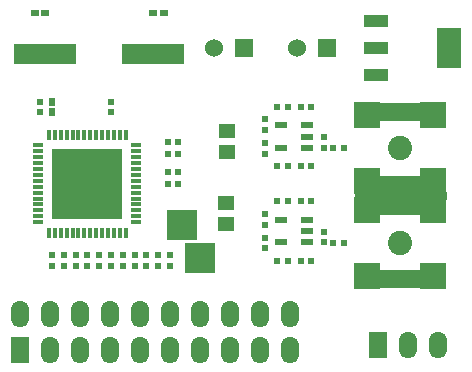
<source format=gts>
%FSLAX46Y46*%
G04 Gerber Fmt 4.6, Leading zero omitted, Abs format (unit mm)*
G04 Created by KiCad (PCBNEW (2014-10-29 BZR 5235)-product) date 10/30/2014 4:03:03 PM*
%MOMM*%
G01*
G04 APERTURE LIST*
%ADD10C,0.100000*%
%ADD11R,0.600000X0.600000*%
%ADD12R,1.100000X0.600000*%
%ADD13C,2.050000*%
%ADD14R,7.760000X1.600000*%
%ADD15R,2.200000X2.200000*%
%ADD16R,5.300000X1.800000*%
%ADD17R,1.524000X1.524000*%
%ADD18C,1.524000*%
%ADD19R,0.900000X0.300000*%
%ADD20R,0.300000X0.900000*%
%ADD21R,5.900000X5.900000*%
%ADD22R,1.524000X2.286000*%
%ADD23O,1.524000X2.286000*%
%ADD24R,0.650000X0.600000*%
%ADD25R,1.450000X1.150000*%
%ADD26R,0.600000X0.650000*%
%ADD27R,2.500000X2.500000*%
%ADD28R,2.100000X1.100000*%
%ADD29R,2.100000X3.500000*%
%ADD30C,0.254000*%
G04 APERTURE END LIST*
D10*
D11*
X171950000Y-90500000D03*
X171050000Y-90500000D03*
D12*
X171600000Y-88950000D03*
X171600000Y-87050000D03*
X171600000Y-88000000D03*
X169400000Y-87050000D03*
X169400000Y-88950000D03*
D13*
X179500000Y-81000000D03*
D14*
X179500000Y-77920000D03*
X179500000Y-84080000D03*
D15*
X182280000Y-78220000D03*
X182280000Y-83780000D03*
X176720000Y-78220000D03*
X176720000Y-83780000D03*
D16*
X149400000Y-73000000D03*
X158600000Y-73000000D03*
D17*
X173249680Y-72500000D03*
D18*
X170750320Y-72500000D03*
D19*
X157150000Y-87250000D03*
X157150000Y-86750000D03*
X157150000Y-86250000D03*
X157150000Y-85750000D03*
X157150000Y-85250000D03*
X157150000Y-84750000D03*
X157150000Y-84250000D03*
X157150000Y-83750000D03*
X157150000Y-83250000D03*
X157150000Y-82750000D03*
X157150000Y-82250000D03*
X157150000Y-81750000D03*
X157150000Y-81250000D03*
X157150000Y-80750000D03*
D20*
X156250000Y-79850000D03*
X155750000Y-79850000D03*
X155250000Y-79850000D03*
X154750000Y-79850000D03*
X154250000Y-79850000D03*
X153750000Y-79850000D03*
X153250000Y-79850000D03*
X152750000Y-79850000D03*
X152250000Y-79850000D03*
X151750000Y-79850000D03*
X151250000Y-79850000D03*
X150750000Y-79850000D03*
X150250000Y-79850000D03*
X149750000Y-79850000D03*
D19*
X148850000Y-80750000D03*
X148850000Y-81250000D03*
X148850000Y-81750000D03*
X148850000Y-82250000D03*
X148850000Y-82750000D03*
X148850000Y-83250000D03*
X148850000Y-83750000D03*
X148850000Y-84250000D03*
X148850000Y-84750000D03*
X148850000Y-85250000D03*
X148850000Y-85750000D03*
X148850000Y-86250000D03*
X148850000Y-86750000D03*
X148850000Y-87250000D03*
D20*
X149750000Y-88150000D03*
X150250000Y-88150000D03*
X150750000Y-88150000D03*
X151250000Y-88150000D03*
X151750000Y-88150000D03*
X152250000Y-88150000D03*
X152750000Y-88150000D03*
X153250000Y-88150000D03*
X153750000Y-88150000D03*
X154250000Y-88150000D03*
X154750000Y-88150000D03*
X155250000Y-88150000D03*
X155750000Y-88150000D03*
X156250000Y-88150000D03*
D21*
X153000000Y-84000000D03*
D11*
X155000000Y-90050000D03*
X155000000Y-90950000D03*
X155000000Y-77050000D03*
X155000000Y-77950000D03*
D22*
X177640000Y-97630000D03*
D23*
X180180000Y-97630000D03*
X182720000Y-97630000D03*
X160020000Y-94996000D03*
X162560000Y-94996000D03*
X165100000Y-94996000D03*
X167640000Y-94996000D03*
X167640000Y-98044000D03*
X165100000Y-98044000D03*
X162560000Y-98044000D03*
X160020000Y-98044000D03*
X170180000Y-98044000D03*
X170180000Y-94996000D03*
X157480000Y-94996000D03*
X157480000Y-98044000D03*
D22*
X147320000Y-98044000D03*
D23*
X149860000Y-98044000D03*
X152400000Y-98044000D03*
X154940000Y-98044000D03*
X154940000Y-94996000D03*
X152400000Y-94996000D03*
X149860000Y-94996000D03*
X147320000Y-94996000D03*
D17*
X166249680Y-72500000D03*
D18*
X163750320Y-72500000D03*
D12*
X171600000Y-80950000D03*
X171600000Y-79050000D03*
X171600000Y-80000000D03*
X169400000Y-79050000D03*
X169400000Y-80950000D03*
D24*
X148550000Y-69500000D03*
X149450000Y-69500000D03*
X159450000Y-69500000D03*
X158550000Y-69500000D03*
D25*
X164800000Y-81300000D03*
X164800000Y-79500000D03*
X164750000Y-85600000D03*
X164750000Y-87400000D03*
D26*
X150000000Y-77950000D03*
X150000000Y-77050000D03*
D13*
X179500000Y-89000000D03*
D14*
X179500000Y-85920000D03*
X179500000Y-92080000D03*
D15*
X182280000Y-86220000D03*
X182280000Y-91780000D03*
X176720000Y-86220000D03*
X176720000Y-91780000D03*
D27*
X161000000Y-87500000D03*
X162500000Y-90250000D03*
D28*
X177400000Y-70200000D03*
X177400000Y-72500000D03*
X177400000Y-74800000D03*
D29*
X183600000Y-72500000D03*
D11*
X150000000Y-90050000D03*
X150000000Y-90950000D03*
X159000000Y-90050000D03*
X159000000Y-90950000D03*
X160000000Y-90050000D03*
X160000000Y-90950000D03*
X151000000Y-90050000D03*
X151000000Y-90950000D03*
X152000000Y-90050000D03*
X152000000Y-90950000D03*
X153000000Y-90050000D03*
X153000000Y-90950000D03*
X154000000Y-90050000D03*
X154000000Y-90950000D03*
X156000000Y-90050000D03*
X156000000Y-90950000D03*
X158000000Y-90050000D03*
X158000000Y-90950000D03*
X149000000Y-77950000D03*
X149000000Y-77050000D03*
X160700000Y-84000000D03*
X159800000Y-84000000D03*
X157000000Y-90950000D03*
X157000000Y-90050000D03*
X160700000Y-83000000D03*
X159800000Y-83000000D03*
X160700000Y-81500000D03*
X159800000Y-81500000D03*
X160700000Y-80500000D03*
X159800000Y-80500000D03*
X168000000Y-80550000D03*
X168000000Y-81450000D03*
X168000000Y-79450000D03*
X168000000Y-78550000D03*
X169950000Y-82500000D03*
X169050000Y-82500000D03*
X169950000Y-77500000D03*
X169050000Y-77500000D03*
X171950000Y-82500000D03*
X171050000Y-82500000D03*
X171950000Y-77500000D03*
X171050000Y-77500000D03*
X173000000Y-80950000D03*
X173000000Y-80050000D03*
X168000000Y-88550000D03*
X168000000Y-89450000D03*
X168000000Y-87450000D03*
X168000000Y-86550000D03*
X169950000Y-90500000D03*
X169050000Y-90500000D03*
X169950000Y-85500000D03*
X169050000Y-85500000D03*
X171950000Y-85500000D03*
X171050000Y-85500000D03*
X173000000Y-88950000D03*
X173000000Y-88050000D03*
X174700000Y-81000000D03*
X173800000Y-81000000D03*
X174700000Y-89000000D03*
X173800000Y-89000000D03*
D30*
G36*
X183273000Y-85273000D02*
X175727000Y-85273000D01*
X175727000Y-84727000D01*
X183273000Y-84727000D01*
X183273000Y-85273000D01*
X183273000Y-85273000D01*
G37*
X183273000Y-85273000D02*
X175727000Y-85273000D01*
X175727000Y-84727000D01*
X183273000Y-84727000D01*
X183273000Y-85273000D01*
M02*

</source>
